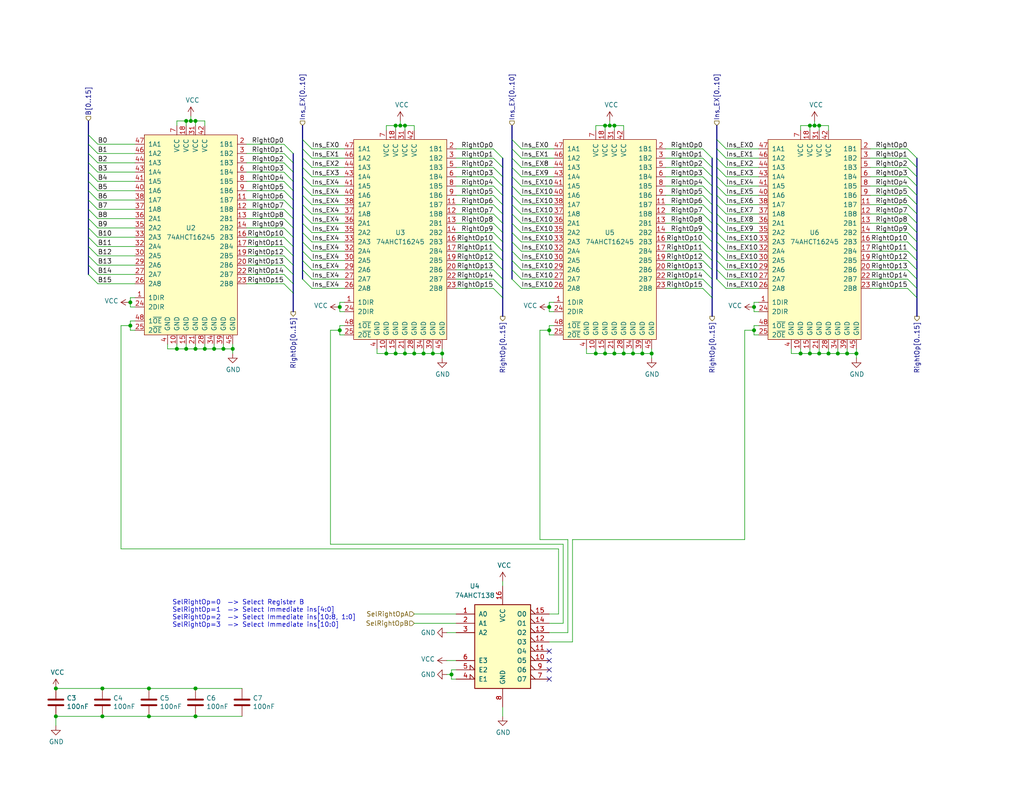
<source format=kicad_sch>
(kicad_sch (version 20211123) (generator eeschema)
  (paper "USLetter")
  (title_block (title "Select Right Operand") (date "2022-04-12") (rev "A (7b9791c7)") (comment 2 "from an immediate value contained in the instruction word.") (comment 3 "The right operand can either take the value from the B port of the register file, or") (comment 4 "Select the right operand to the ALU"))
  (lib_symbols
    (symbol "74xx (kicad5):74AHCT16245_ab" (pin_names (offset 1.016))
      (property "Reference" "U" (at 0 1.27 0))
      (property "Value" "74AHCT16245_ab" (at 0 -1.27 0))
      (symbol "74AHCT16245_ab_0_1"
        (rectangle (start -12.7 26.67) (end 12.7 -27.94) (fill (type background)))
      )
      (symbol "74AHCT16245_ab_1_1"
        (pin input line (at -15.24 -17.78 0) (length 2.54) (name "1DIR") (number "1"))
        (pin power_in line (at -3.81 -30.48 90) (length 2.54) (name "GND") (number "10"))
        (pin tri_state line (at 15.24 8.89 180) (length 2.54) (name "1B7") (number "11"))
        (pin tri_state line (at 15.24 6.35 180) (length 2.54) (name "1B8") (number "12"))
        (pin tri_state line (at 15.24 3.81 180) (length 2.54) (name "2B1") (number "13"))
        (pin tri_state line (at 15.24 1.27 180) (length 2.54) (name "2B2") (number "14"))
        (pin power_in line (at -1.27 -30.48 90) (length 2.54) (name "GND") (number "15"))
        (pin tri_state line (at 15.24 -1.27 180) (length 2.54) (name "2B3") (number "16"))
        (pin tri_state line (at 15.24 -3.81 180) (length 2.54) (name "2B4") (number "17"))
        (pin power_in line (at -1.27 29.21 270) (length 2.54) (name "VCC") (number "18"))
        (pin tri_state line (at 15.24 -6.35 180) (length 2.54) (name "2B5") (number "19"))
        (pin tri_state line (at 15.24 24.13 180) (length 2.54) (name "1B1") (number "2"))
        (pin tri_state line (at 15.24 -8.89 180) (length 2.54) (name "2B6") (number "20"))
        (pin power_in line (at 1.27 -30.48 90) (length 2.54) (name "GND") (number "21"))
        (pin tri_state line (at 15.24 -11.43 180) (length 2.54) (name "2B7") (number "22"))
        (pin tri_state line (at 15.24 -13.97 180) (length 2.54) (name "2B8") (number "23"))
        (pin input line (at -15.24 -20.32 0) (length 2.54) (name "2DIR") (number "24"))
        (pin input line (at -15.24 -26.67 0) (length 2.54) (name "2~{OE}") (number "25"))
        (pin input line (at -15.24 -13.97 0) (length 2.54) (name "2A8") (number "26"))
        (pin input line (at -15.24 -11.43 0) (length 2.54) (name "2A7") (number "27"))
        (pin power_in line (at 3.81 -30.48 90) (length 2.54) (name "GND") (number "28"))
        (pin input line (at -15.24 -8.89 0) (length 2.54) (name "2A6") (number "29"))
        (pin tri_state line (at 15.24 21.59 180) (length 2.54) (name "1B2") (number "3"))
        (pin input line (at -15.24 -6.35 0) (length 2.54) (name "2A5") (number "30"))
        (pin power_in line (at 1.27 29.21 270) (length 2.54) (name "VCC") (number "31"))
        (pin input line (at -15.24 -3.81 0) (length 2.54) (name "2A4") (number "32"))
        (pin input line (at -15.24 -1.27 0) (length 2.54) (name "2A3") (number "33"))
        (pin power_in line (at 6.35 -30.48 90) (length 2.54) (name "GND") (number "34"))
        (pin input line (at -15.24 1.27 0) (length 2.54) (name "2A2") (number "35"))
        (pin input line (at -15.24 3.81 0) (length 2.54) (name "2A1") (number "36"))
        (pin input line (at -15.24 6.35 0) (length 2.54) (name "1A8") (number "37"))
        (pin input line (at -15.24 8.89 0) (length 2.54) (name "1A7") (number "38"))
        (pin power_in line (at 8.89 -30.48 90) (length 2.54) (name "GND") (number "39"))
        (pin power_in line (at -6.35 -30.48 90) (length 2.54) (name "GND") (number "4"))
        (pin input line (at -15.24 11.43 0) (length 2.54) (name "1A6") (number "40"))
        (pin input line (at -15.24 13.97 0) (length 2.54) (name "1A5") (number "41"))
        (pin power_in line (at 3.81 29.21 270) (length 2.54) (name "VCC") (number "42"))
        (pin input line (at -15.24 16.51 0) (length 2.54) (name "1A4") (number "43"))
        (pin input line (at -15.24 19.05 0) (length 2.54) (name "1A3") (number "44"))
        (pin power_in line (at 11.43 -30.48 90) (length 2.54) (name "GND") (number "45"))
        (pin input line (at -15.24 21.59 0) (length 2.54) (name "1A2") (number "46"))
        (pin input line (at -15.24 24.13 0) (length 2.54) (name "1A1") (number "47"))
        (pin input line (at -15.24 -24.13 0) (length 2.54) (name "1~{OE}") (number "48"))
        (pin tri_state line (at 15.24 19.05 180) (length 2.54) (name "1B3") (number "5"))
        (pin tri_state line (at 15.24 16.51 180) (length 2.54) (name "1B4") (number "6"))
        (pin power_in line (at -3.81 29.21 270) (length 2.54) (name "VCC") (number "7"))
        (pin tri_state line (at 15.24 13.97 180) (length 2.54) (name "1B5") (number "8"))
        (pin tri_state line (at 15.24 11.43 180) (length 2.54) (name "1B6") (number "9"))
      )
    )
    (symbol "74xx:74LS138" (pin_names (offset 1.016))
      (property "Reference" "U" (at -7.62 11.43 0))
      (property "Value" "74LS138" (at -7.62 -13.97 0))
      (symbol "74LS138_1_0"
        (pin input line (at -12.7 7.62 0) (length 5.08) (name "A0") (number "1"))
        (pin output output_low (at 12.7 -5.08 180) (length 5.08) (name "O5") (number "10"))
        (pin output output_low (at 12.7 -2.54 180) (length 5.08) (name "O4") (number "11"))
        (pin output output_low (at 12.7 0 180) (length 5.08) (name "O3") (number "12"))
        (pin output output_low (at 12.7 2.54 180) (length 5.08) (name "O2") (number "13"))
        (pin output output_low (at 12.7 5.08 180) (length 5.08) (name "O1") (number "14"))
        (pin output output_low (at 12.7 7.62 180) (length 5.08) (name "O0") (number "15"))
        (pin power_in line (at 0 15.24 270) (length 5.08) (name "VCC") (number "16"))
        (pin input line (at -12.7 5.08 0) (length 5.08) (name "A1") (number "2"))
        (pin input line (at -12.7 2.54 0) (length 5.08) (name "A2") (number "3"))
        (pin input input_low (at -12.7 -10.16 0) (length 5.08) (name "E1") (number "4"))
        (pin input input_low (at -12.7 -7.62 0) (length 5.08) (name "E2") (number "5"))
        (pin input line (at -12.7 -5.08 0) (length 5.08) (name "E3") (number "6"))
        (pin output output_low (at 12.7 -10.16 180) (length 5.08) (name "O7") (number "7"))
        (pin power_in line (at 0 -17.78 90) (length 5.08) (name "GND") (number "8"))
        (pin output output_low (at 12.7 -7.62 180) (length 5.08) (name "O6") (number "9"))
      )
      (symbol "74LS138_1_1"
        (rectangle (start -7.62 10.16) (end 7.62 -12.7) (stroke (width 0.254)) (fill (type background)))
      )
    )
    (symbol "Device:C" (pin_numbers hide) (pin_names (offset 0.254))
      (property "Reference" "C" (at 0.635 2.54 0))
      (property "Value" "C" (at 0.635 -2.54 0))
      (symbol "C_0_1"
        (polyline (pts (xy -2.032 -0.762) (xy 2.032 -0.762)) (stroke (width 0.508)))
        (polyline (pts (xy -2.032 0.762) (xy 2.032 0.762)) (stroke (width 0.508)))
      )
      (symbol "C_1_1"
        (pin passive line (at 0 3.81 270) (length 2.794) (name "~") (number "1"))
        (pin passive line (at 0 -3.81 90) (length 2.794) (name "~") (number "2"))
      )
    )
    (symbol "power:GND" (power) (pin_names (offset 0))
      (property "Value" "GND" (at 0 -3.81 0))
      (symbol "GND_0_1"
        (polyline (pts (xy 0 0) (xy 0 -1.27) (xy 1.27 -1.27) (xy 0 -2.54) (xy -1.27 -1.27) (xy 0 -1.27)))
      )
      (symbol "GND_1_1"
        (pin power_in line (at 0 0 270) (length 0) hide (name "GND") (number "1"))
      )
    )
    (symbol "power:VCC" (power) (pin_names (offset 0))
      (property "Value" "VCC" (at 0 3.81 0))
      (symbol "VCC_0_1"
        (polyline (pts (xy -0.762 1.27) (xy 0 2.54)))
        (polyline (pts (xy 0 0) (xy 0 2.54)))
        (polyline (pts (xy 0 2.54) (xy 0.762 1.27)))
      )
      (symbol "VCC_1_1"
        (pin power_in line (at 0 0 90) (length 0) hide (name "VCC") (number "1"))
      )
    )
  )
  (junction (at 231.14 96.52))
  (junction (at 222.25 34.29))
  (junction (at 218.44 96.52))
  (junction (at 109.22 34.29))
  (junction (at 53.34 187.96))
  (junction (at 113.03 96.52))
  (junction (at 58.42 95.25))
  (junction (at 15.24 187.96))
  (junction (at 166.37 34.29))
  (junction (at 226.06 96.52))
  (junction (at 177.8 96.52))
  (junction (at 35.56 82.55))
  (junction (at 15.24 195.58))
  (junction (at 110.49 34.29))
  (junction (at 115.57 96.52))
  (junction (at 220.98 34.29))
  (junction (at 123.19 184.15))
  (junction (at 40.64 187.96))
  (junction (at 60.96 95.25))
  (junction (at 172.72 96.52))
  (junction (at 165.1 34.29))
  (junction (at 53.34 33.02))
  (junction (at 110.49 96.52))
  (junction (at 50.8 33.02))
  (junction (at 120.65 96.52))
  (junction (at 27.94 195.58))
  (junction (at 205.74 83.82))
  (junction (at 27.94 187.96))
  (junction (at 228.6 96.52))
  (junction (at 149.86 90.17))
  (junction (at 167.64 96.52))
  (junction (at 167.64 34.29))
  (junction (at 53.34 195.58))
  (junction (at 162.56 96.52))
  (junction (at 118.11 96.52))
  (junction (at 35.56 88.9))
  (junction (at 63.5 95.25))
  (junction (at 40.64 195.58))
  (junction (at 205.74 90.17))
  (junction (at 165.1 96.52))
  (junction (at 105.41 96.52))
  (junction (at 92.71 83.82))
  (junction (at 48.26 95.25))
  (junction (at 170.18 96.52))
  (junction (at 175.26 96.52))
  (junction (at 52.07 33.02))
  (junction (at 92.71 90.17))
  (junction (at 53.34 95.25))
  (junction (at 107.95 34.29))
  (junction (at 149.86 83.82))
  (junction (at 223.52 96.52))
  (junction (at 233.68 96.52))
  (junction (at 55.88 95.25))
  (junction (at 223.52 34.29))
  (junction (at 220.98 96.52))
  (junction (at 107.95 96.52))
  (junction (at 50.8 95.25))
  (no_connect (at 149.86 177.8))
  (no_connect (at 149.86 185.42))
  (no_connect (at 149.86 180.34))
  (no_connect (at 149.86 182.88))
  (bus_entry (at 24.13 46.99) (size 2.54 2.54))
  (bus_entry (at 198.12 40.64) (size -2.54 -2.54))
  (bus_entry (at 134.62 68.58) (size 2.54 2.54))
  (bus_entry (at 77.47 69.85) (size 2.54 2.54))
  (bus_entry (at 24.13 64.77) (size 2.54 2.54))
  (bus_entry (at 198.12 50.8) (size -2.54 -2.54))
  (bus_entry (at 142.24 76.2) (size -2.54 -2.54))
  (bus_entry (at 24.13 67.31) (size 2.54 2.54))
  (bus_entry (at 85.09 76.2) (size -2.54 -2.54))
  (bus_entry (at 77.47 46.99) (size 2.54 2.54))
  (bus_entry (at 77.47 49.53) (size 2.54 2.54))
  (bus_entry (at 191.77 76.2) (size 2.54 2.54))
  (bus_entry (at 77.47 67.31) (size 2.54 2.54))
  (bus_entry (at 134.62 40.64) (size 2.54 2.54))
  (bus_entry (at 85.09 43.18) (size -2.54 -2.54))
  (bus_entry (at 247.65 43.18) (size 2.54 2.54))
  (bus_entry (at 85.09 63.5) (size -2.54 -2.54))
  (bus_entry (at 85.09 53.34) (size -2.54 -2.54))
  (bus_entry (at 198.12 48.26) (size -2.54 -2.54))
  (bus_entry (at 142.24 55.88) (size -2.54 -2.54))
  (bus_entry (at 198.12 45.72) (size -2.54 -2.54))
  (bus_entry (at 247.65 50.8) (size 2.54 2.54))
  (bus_entry (at 85.09 45.72) (size -2.54 -2.54))
  (bus_entry (at 24.13 52.07) (size 2.54 2.54))
  (bus_entry (at 191.77 73.66) (size 2.54 2.54))
  (bus_entry (at 191.77 63.5) (size 2.54 2.54))
  (bus_entry (at 77.47 41.91) (size 2.54 2.54))
  (bus_entry (at 142.24 68.58) (size -2.54 -2.54))
  (bus_entry (at 247.65 71.12) (size 2.54 2.54))
  (bus_entry (at 191.77 78.74) (size 2.54 2.54))
  (bus_entry (at 85.09 68.58) (size -2.54 -2.54))
  (bus_entry (at 198.12 66.04) (size -2.54 -2.54))
  (bus_entry (at 247.65 48.26) (size 2.54 2.54))
  (bus_entry (at 85.09 78.74) (size -2.54 -2.54))
  (bus_entry (at 191.77 45.72) (size 2.54 2.54))
  (bus_entry (at 24.13 62.23) (size 2.54 2.54))
  (bus_entry (at 142.24 50.8) (size -2.54 -2.54))
  (bus_entry (at 247.65 68.58) (size 2.54 2.54))
  (bus_entry (at 77.47 62.23) (size 2.54 2.54))
  (bus_entry (at 198.12 43.18) (size -2.54 -2.54))
  (bus_entry (at 191.77 48.26) (size 2.54 2.54))
  (bus_entry (at 247.65 58.42) (size 2.54 2.54))
  (bus_entry (at 77.47 64.77) (size 2.54 2.54))
  (bus_entry (at 142.24 78.74) (size -2.54 -2.54))
  (bus_entry (at 191.77 50.8) (size 2.54 2.54))
  (bus_entry (at 191.77 68.58) (size 2.54 2.54))
  (bus_entry (at 77.47 59.69) (size 2.54 2.54))
  (bus_entry (at 247.65 55.88) (size 2.54 2.54))
  (bus_entry (at 247.65 40.64) (size 2.54 2.54))
  (bus_entry (at 134.62 66.04) (size 2.54 2.54))
  (bus_entry (at 191.77 55.88) (size 2.54 2.54))
  (bus_entry (at 24.13 49.53) (size 2.54 2.54))
  (bus_entry (at 191.77 53.34) (size 2.54 2.54))
  (bus_entry (at 134.62 76.2) (size 2.54 2.54))
  (bus_entry (at 77.47 57.15) (size 2.54 2.54))
  (bus_entry (at 198.12 78.74) (size -2.54 -2.54))
  (bus_entry (at 24.13 36.83) (size 2.54 2.54))
  (bus_entry (at 24.13 39.37) (size 2.54 2.54))
  (bus_entry (at 142.24 40.64) (size -2.54 -2.54))
  (bus_entry (at 85.09 71.12) (size -2.54 -2.54))
  (bus_entry (at 134.62 58.42) (size 2.54 2.54))
  (bus_entry (at 134.62 63.5) (size 2.54 2.54))
  (bus_entry (at 134.62 78.74) (size 2.54 2.54))
  (bus_entry (at 198.12 53.34) (size -2.54 -2.54))
  (bus_entry (at 77.47 39.37) (size 2.54 2.54))
  (bus_entry (at 134.62 55.88) (size 2.54 2.54))
  (bus_entry (at 134.62 73.66) (size 2.54 2.54))
  (bus_entry (at 134.62 60.96) (size 2.54 2.54))
  (bus_entry (at 24.13 69.85) (size 2.54 2.54))
  (bus_entry (at 142.24 63.5) (size -2.54 -2.54))
  (bus_entry (at 198.12 55.88) (size -2.54 -2.54))
  (bus_entry (at 142.24 71.12) (size -2.54 -2.54))
  (bus_entry (at 191.77 60.96) (size 2.54 2.54))
  (bus_entry (at 77.47 74.93) (size 2.54 2.54))
  (bus_entry (at 85.09 55.88) (size -2.54 -2.54))
  (bus_entry (at 134.62 50.8) (size 2.54 2.54))
  (bus_entry (at 134.62 45.72) (size 2.54 2.54))
  (bus_entry (at 85.09 73.66) (size -2.54 -2.54))
  (bus_entry (at 134.62 53.34) (size 2.54 2.54))
  (bus_entry (at 198.12 58.42) (size -2.54 -2.54))
  (bus_entry (at 85.09 66.04) (size -2.54 -2.54))
  (bus_entry (at 198.12 63.5) (size -2.54 -2.54))
  (bus_entry (at 24.13 41.91) (size 2.54 2.54))
  (bus_entry (at 247.65 66.04) (size 2.54 2.54))
  (bus_entry (at 85.09 50.8) (size -2.54 -2.54))
  (bus_entry (at 198.12 60.96) (size -2.54 -2.54))
  (bus_entry (at 142.24 60.96) (size -2.54 -2.54))
  (bus_entry (at 198.12 71.12) (size -2.54 -2.54))
  (bus_entry (at 142.24 45.72) (size -2.54 -2.54))
  (bus_entry (at 85.09 48.26) (size -2.54 -2.54))
  (bus_entry (at 142.24 53.34) (size -2.54 -2.54))
  (bus_entry (at 247.65 60.96) (size 2.54 2.54))
  (bus_entry (at 191.77 58.42) (size 2.54 2.54))
  (bus_entry (at 85.09 58.42) (size -2.54 -2.54))
  (bus_entry (at 191.77 71.12) (size 2.54 2.54))
  (bus_entry (at 85.09 40.64) (size -2.54 -2.54))
  (bus_entry (at 198.12 68.58) (size -2.54 -2.54))
  (bus_entry (at 24.13 72.39) (size 2.54 2.54))
  (bus_entry (at 77.47 52.07) (size 2.54 2.54))
  (bus_entry (at 142.24 48.26) (size -2.54 -2.54))
  (bus_entry (at 191.77 43.18) (size 2.54 2.54))
  (bus_entry (at 77.47 44.45) (size 2.54 2.54))
  (bus_entry (at 24.13 44.45) (size 2.54 2.54))
  (bus_entry (at 191.77 40.64) (size 2.54 2.54))
  (bus_entry (at 85.09 60.96) (size -2.54 -2.54))
  (bus_entry (at 142.24 43.18) (size -2.54 -2.54))
  (bus_entry (at 134.62 71.12) (size 2.54 2.54))
  (bus_entry (at 247.65 63.5) (size 2.54 2.54))
  (bus_entry (at 134.62 43.18) (size 2.54 2.54))
  (bus_entry (at 77.47 54.61) (size 2.54 2.54))
  (bus_entry (at 247.65 73.66) (size 2.54 2.54))
  (bus_entry (at 77.47 77.47) (size 2.54 2.54))
  (bus_entry (at 198.12 73.66) (size -2.54 -2.54))
  (bus_entry (at 247.65 78.74) (size 2.54 2.54))
  (bus_entry (at 142.24 58.42) (size -2.54 -2.54))
  (bus_entry (at 142.24 66.04) (size -2.54 -2.54))
  (bus_entry (at 198.12 76.2) (size -2.54 -2.54))
  (bus_entry (at 142.24 73.66) (size -2.54 -2.54))
  (bus_entry (at 24.13 59.69) (size 2.54 2.54))
  (bus_entry (at 77.47 72.39) (size 2.54 2.54))
  (bus_entry (at 247.65 76.2) (size 2.54 2.54))
  (bus_entry (at 191.77 66.04) (size 2.54 2.54))
  (bus_entry (at 24.13 57.15) (size 2.54 2.54))
  (bus_entry (at 247.65 53.34) (size 2.54 2.54))
  (bus_entry (at 24.13 74.93) (size 2.54 2.54))
  (bus_entry (at 24.13 54.61) (size 2.54 2.54))
  (bus_entry (at 134.62 48.26) (size 2.54 2.54))
  (bus_entry (at 247.65 45.72) (size 2.54 2.54))
  (wire (pts (xy 40.64 195.58) (xy 27.94 195.58)))
  (bus (pts (xy 194.31 76.2) (xy 194.31 78.74)))
  (wire (pts (xy 85.09 68.58) (xy 93.98 68.58)))
  (wire (pts (xy 115.57 96.52) (xy 115.57 95.25)))
  (wire (pts (xy 35.56 81.28) (xy 35.56 82.55)))
  (bus (pts (xy 139.7 53.34) (xy 139.7 55.88)))
  (bus (pts (xy 139.7 63.5) (xy 139.7 66.04)))
  (wire (pts (xy 203.2 90.17) (xy 203.2 147.32)))
  (wire (pts (xy 162.56 96.52) (xy 165.1 96.52)))
  (bus (pts (xy 24.13 64.77) (xy 24.13 67.31)))
  (wire (pts (xy 142.24 73.66) (xy 151.13 73.66)))
  (wire (pts (xy 121.92 172.72) (xy 124.46 172.72)))
  (bus (pts (xy 139.7 34.29) (xy 139.7 38.1)))
  (bus (pts (xy 195.58 40.64) (xy 195.58 43.18)))
  (wire (pts (xy 142.24 50.8) (xy 151.13 50.8)))
  (wire (pts (xy 218.44 96.52) (xy 220.98 96.52)))
  (wire (pts (xy 77.47 62.23) (xy 67.31 62.23)))
  (wire (pts (xy 118.11 96.52) (xy 120.65 96.52)))
  (wire (pts (xy 215.9 95.25) (xy 215.9 96.52)))
  (wire (pts (xy 26.67 41.91) (xy 36.83 41.91)))
  (bus (pts (xy 250.19 78.74) (xy 250.19 81.28)))
  (wire (pts (xy 105.41 34.29) (xy 107.95 34.29)))
  (bus (pts (xy 80.01 52.07) (xy 80.01 54.61)))
  (wire (pts (xy 166.37 33.02) (xy 166.37 34.29)))
  (wire (pts (xy 110.49 34.29) (xy 113.03 34.29)))
  (wire (pts (xy 77.47 44.45) (xy 67.31 44.45)))
  (wire (pts (xy 191.77 71.12) (xy 181.61 71.12)))
  (bus (pts (xy 195.58 73.66) (xy 195.58 76.2)))
  (wire (pts (xy 60.96 95.25) (xy 63.5 95.25)))
  (bus (pts (xy 24.13 69.85) (xy 24.13 72.39)))
  (bus (pts (xy 82.55 55.88) (xy 82.55 58.42)))
  (wire (pts (xy 137.16 158.75) (xy 137.16 160.02)))
  (wire (pts (xy 191.77 58.42) (xy 181.61 58.42)))
  (wire (pts (xy 26.67 54.61) (xy 36.83 54.61)))
  (wire (pts (xy 55.88 95.25) (xy 53.34 95.25)))
  (wire (pts (xy 26.67 49.53) (xy 36.83 49.53)))
  (wire (pts (xy 207.01 82.55) (xy 205.74 82.55)))
  (wire (pts (xy 149.86 85.09) (xy 151.13 85.09)))
  (wire (pts (xy 170.18 96.52) (xy 170.18 95.25)))
  (bus (pts (xy 139.7 40.64) (xy 139.7 43.18)))
  (wire (pts (xy 156.21 147.32) (xy 203.2 147.32)))
  (wire (pts (xy 191.77 66.04) (xy 181.61 66.04)))
  (wire (pts (xy 26.67 39.37) (xy 36.83 39.37)))
  (bus (pts (xy 24.13 57.15) (xy 24.13 59.69)))
  (wire (pts (xy 121.92 184.15) (xy 123.19 184.15)))
  (wire (pts (xy 109.22 33.02) (xy 109.22 34.29)))
  (wire (pts (xy 105.41 35.56) (xy 105.41 34.29)))
  (bus (pts (xy 194.31 48.26) (xy 194.31 50.8)))
  (wire (pts (xy 134.62 71.12) (xy 124.46 71.12)))
  (wire (pts (xy 167.64 96.52) (xy 167.64 95.25)))
  (bus (pts (xy 82.55 53.34) (xy 82.55 55.88)))
  (wire (pts (xy 123.19 184.15) (xy 123.19 185.42)))
  (wire (pts (xy 247.65 76.2) (xy 237.49 76.2)))
  (bus (pts (xy 137.16 68.58) (xy 137.16 71.12)))
  (wire (pts (xy 35.56 83.82) (xy 36.83 83.82)))
  (bus (pts (xy 24.13 52.07) (xy 24.13 54.61)))
  (wire (pts (xy 153.67 148.59) (xy 153.67 170.18)))
  (wire (pts (xy 27.94 195.58) (xy 15.24 195.58)))
  (wire (pts (xy 191.77 60.96) (xy 181.61 60.96)))
  (wire (pts (xy 33.02 149.86) (xy 152.4 149.86)))
  (wire (pts (xy 66.04 195.58) (xy 53.34 195.58)))
  (bus (pts (xy 82.55 66.04) (xy 82.55 68.58)))
  (wire (pts (xy 191.77 53.34) (xy 181.61 53.34)))
  (wire (pts (xy 26.67 69.85) (xy 36.83 69.85)))
  (wire (pts (xy 191.77 76.2) (xy 181.61 76.2)))
  (wire (pts (xy 134.62 60.96) (xy 124.46 60.96)))
  (bus (pts (xy 137.16 48.26) (xy 137.16 50.8)))
  (wire (pts (xy 198.12 73.66) (xy 207.01 73.66)))
  (wire (pts (xy 198.12 63.5) (xy 207.01 63.5)))
  (wire (pts (xy 53.34 95.25) (xy 53.34 93.98)))
  (wire (pts (xy 226.06 96.52) (xy 226.06 95.25)))
  (wire (pts (xy 134.62 40.64) (xy 124.46 40.64)))
  (wire (pts (xy 175.26 96.52) (xy 175.26 95.25)))
  (bus (pts (xy 195.58 66.04) (xy 195.58 68.58)))
  (wire (pts (xy 198.12 50.8) (xy 207.01 50.8)))
  (wire (pts (xy 191.77 63.5) (xy 181.61 63.5)))
  (bus (pts (xy 195.58 53.34) (xy 195.58 55.88)))
  (wire (pts (xy 36.83 87.63) (xy 35.56 87.63)))
  (bus (pts (xy 137.16 76.2) (xy 137.16 78.74)))
  (wire (pts (xy 77.47 49.53) (xy 67.31 49.53)))
  (bus (pts (xy 195.58 71.12) (xy 195.58 73.66)))
  (wire (pts (xy 63.5 95.25) (xy 63.5 93.98)))
  (bus (pts (xy 80.01 54.61) (xy 80.01 57.15)))
  (bus (pts (xy 24.13 49.53) (xy 24.13 52.07)))
  (wire (pts (xy 162.56 95.25) (xy 162.56 96.52)))
  (wire (pts (xy 165.1 95.25) (xy 165.1 96.52)))
  (wire (pts (xy 134.62 43.18) (xy 124.46 43.18)))
  (wire (pts (xy 53.34 187.96) (xy 66.04 187.96)))
  (wire (pts (xy 247.65 45.72) (xy 237.49 45.72)))
  (wire (pts (xy 142.24 43.18) (xy 151.13 43.18)))
  (wire (pts (xy 85.09 71.12) (xy 93.98 71.12)))
  (bus (pts (xy 24.13 54.61) (xy 24.13 57.15)))
  (wire (pts (xy 107.95 95.25) (xy 107.95 96.52)))
  (bus (pts (xy 137.16 53.34) (xy 137.16 55.88)))
  (bus (pts (xy 195.58 68.58) (xy 195.58 71.12)))
  (wire (pts (xy 15.24 198.12) (xy 15.24 195.58)))
  (wire (pts (xy 53.34 195.58) (xy 40.64 195.58)))
  (wire (pts (xy 134.62 76.2) (xy 124.46 76.2)))
  (wire (pts (xy 220.98 34.29) (xy 222.25 34.29)))
  (wire (pts (xy 50.8 93.98) (xy 50.8 95.25)))
  (wire (pts (xy 198.12 76.2) (xy 207.01 76.2)))
  (wire (pts (xy 113.03 167.64) (xy 124.46 167.64)))
  (bus (pts (xy 250.19 50.8) (xy 250.19 53.34)))
  (bus (pts (xy 82.55 38.1) (xy 82.55 40.64)))
  (bus (pts (xy 80.01 74.93) (xy 80.01 77.47)))
  (wire (pts (xy 247.65 60.96) (xy 237.49 60.96)))
  (wire (pts (xy 77.47 67.31) (xy 67.31 67.31)))
  (bus (pts (xy 194.31 63.5) (xy 194.31 66.04)))
  (bus (pts (xy 82.55 40.64) (xy 82.55 43.18)))
  (wire (pts (xy 177.8 97.79) (xy 177.8 96.52)))
  (wire (pts (xy 107.95 35.56) (xy 107.95 34.29)))
  (wire (pts (xy 198.12 55.88) (xy 207.01 55.88)))
  (wire (pts (xy 90.17 148.59) (xy 153.67 148.59)))
  (wire (pts (xy 26.67 59.69) (xy 36.83 59.69)))
  (wire (pts (xy 149.86 88.9) (xy 149.86 90.17)))
  (wire (pts (xy 191.77 55.88) (xy 181.61 55.88)))
  (wire (pts (xy 77.47 77.47) (xy 67.31 77.47)))
  (wire (pts (xy 90.17 90.17) (xy 90.17 148.59)))
  (wire (pts (xy 142.24 60.96) (xy 151.13 60.96)))
  (bus (pts (xy 82.55 73.66) (xy 82.55 76.2)))
  (wire (pts (xy 198.12 40.64) (xy 207.01 40.64)))
  (bus (pts (xy 82.55 45.72) (xy 82.55 48.26)))
  (wire (pts (xy 110.49 35.56) (xy 110.49 34.29)))
  (bus (pts (xy 80.01 62.23) (xy 80.01 64.77)))
  (wire (pts (xy 218.44 34.29) (xy 220.98 34.29)))
  (wire (pts (xy 165.1 35.56) (xy 165.1 34.29)))
  (wire (pts (xy 198.12 53.34) (xy 207.01 53.34)))
  (wire (pts (xy 121.92 180.34) (xy 124.46 180.34)))
  (wire (pts (xy 142.24 40.64) (xy 151.13 40.64)))
  (wire (pts (xy 247.65 55.88) (xy 237.49 55.88)))
  (bus (pts (xy 195.58 63.5) (xy 195.58 66.04)))
  (wire (pts (xy 134.62 73.66) (xy 124.46 73.66)))
  (wire (pts (xy 92.71 83.82) (xy 92.71 85.09)))
  (bus (pts (xy 139.7 45.72) (xy 139.7 48.26)))
  (bus (pts (xy 24.13 36.83) (xy 24.13 39.37)))
  (bus (pts (xy 137.16 78.74) (xy 137.16 81.28)))
  (wire (pts (xy 77.47 41.91) (xy 67.31 41.91)))
  (wire (pts (xy 191.77 50.8) (xy 181.61 50.8)))
  (wire (pts (xy 226.06 96.52) (xy 223.52 96.52)))
  (wire (pts (xy 85.09 58.42) (xy 93.98 58.42)))
  (bus (pts (xy 195.58 50.8) (xy 195.58 53.34)))
  (wire (pts (xy 92.71 88.9) (xy 92.71 90.17)))
  (bus (pts (xy 139.7 71.12) (xy 139.7 73.66)))
  (bus (pts (xy 194.31 43.18) (xy 194.31 45.72)))
  (wire (pts (xy 77.47 59.69) (xy 67.31 59.69)))
  (wire (pts (xy 149.86 172.72) (xy 154.94 172.72)))
  (bus (pts (xy 82.55 71.12) (xy 82.55 73.66)))
  (wire (pts (xy 198.12 68.58) (xy 207.01 68.58)))
  (wire (pts (xy 113.03 34.29) (xy 113.03 35.56)))
  (wire (pts (xy 15.24 187.96) (xy 27.94 187.96)))
  (wire (pts (xy 105.41 95.25) (xy 105.41 96.52)))
  (wire (pts (xy 154.94 147.32) (xy 154.94 172.72)))
  (wire (pts (xy 247.65 66.04) (xy 237.49 66.04)))
  (wire (pts (xy 134.62 78.74) (xy 124.46 78.74)))
  (wire (pts (xy 220.98 35.56) (xy 220.98 34.29)))
  (wire (pts (xy 110.49 96.52) (xy 110.49 95.25)))
  (wire (pts (xy 149.86 91.44) (xy 151.13 91.44)))
  (wire (pts (xy 137.16 193.04) (xy 137.16 195.58)))
  (wire (pts (xy 92.71 82.55) (xy 92.71 83.82)))
  (wire (pts (xy 107.95 34.29) (xy 109.22 34.29)))
  (bus (pts (xy 137.16 43.18) (xy 137.16 45.72)))
  (wire (pts (xy 198.12 43.18) (xy 207.01 43.18)))
  (wire (pts (xy 113.03 96.52) (xy 113.03 95.25)))
  (wire (pts (xy 26.67 57.15) (xy 36.83 57.15)))
  (bus (pts (xy 194.31 58.42) (xy 194.31 60.96)))
  (wire (pts (xy 113.03 96.52) (xy 110.49 96.52)))
  (wire (pts (xy 207.01 88.9) (xy 205.74 88.9)))
  (wire (pts (xy 123.19 185.42) (xy 124.46 185.42)))
  (wire (pts (xy 26.67 46.99) (xy 36.83 46.99)))
  (wire (pts (xy 134.62 48.26) (xy 124.46 48.26)))
  (bus (pts (xy 139.7 73.66) (xy 139.7 76.2)))
  (bus (pts (xy 250.19 48.26) (xy 250.19 50.8)))
  (wire (pts (xy 85.09 43.18) (xy 93.98 43.18)))
  (wire (pts (xy 118.11 96.52) (xy 118.11 95.25)))
  (wire (pts (xy 55.88 95.25) (xy 55.88 93.98)))
  (wire (pts (xy 26.67 77.47) (xy 36.83 77.47)))
  (wire (pts (xy 50.8 95.25) (xy 53.34 95.25)))
  (bus (pts (xy 194.31 66.04) (xy 194.31 68.58)))
  (wire (pts (xy 63.5 96.52) (xy 63.5 95.25)))
  (wire (pts (xy 85.09 76.2) (xy 93.98 76.2)))
  (bus (pts (xy 194.31 55.88) (xy 194.31 58.42)))
  (wire (pts (xy 52.07 31.75) (xy 52.07 33.02)))
  (wire (pts (xy 77.47 54.61) (xy 67.31 54.61)))
  (wire (pts (xy 233.68 97.79) (xy 233.68 96.52)))
  (wire (pts (xy 26.67 72.39) (xy 36.83 72.39)))
  (wire (pts (xy 165.1 34.29) (xy 166.37 34.29)))
  (bus (pts (xy 194.31 50.8) (xy 194.31 53.34)))
  (wire (pts (xy 247.65 40.64) (xy 237.49 40.64)))
  (wire (pts (xy 115.57 96.52) (xy 113.03 96.52)))
  (wire (pts (xy 222.25 33.02) (xy 222.25 34.29)))
  (wire (pts (xy 48.26 34.29) (xy 48.26 33.02)))
  (wire (pts (xy 35.56 90.17) (xy 36.83 90.17)))
  (wire (pts (xy 142.24 53.34) (xy 151.13 53.34)))
  (bus (pts (xy 24.13 39.37) (xy 24.13 41.91)))
  (bus (pts (xy 195.58 43.18) (xy 195.58 45.72)))
  (wire (pts (xy 102.87 95.25) (xy 102.87 96.52)))
  (wire (pts (xy 247.65 43.18) (xy 237.49 43.18)))
  (wire (pts (xy 26.67 64.77) (xy 36.83 64.77)))
  (wire (pts (xy 26.67 52.07) (xy 36.83 52.07)))
  (wire (pts (xy 160.02 95.25) (xy 160.02 96.52)))
  (wire (pts (xy 228.6 96.52) (xy 231.14 96.52)))
  (bus (pts (xy 82.55 48.26) (xy 82.55 50.8)))
  (wire (pts (xy 172.72 96.52) (xy 175.26 96.52)))
  (wire (pts (xy 149.86 83.82) (xy 149.86 85.09)))
  (wire (pts (xy 223.52 35.56) (xy 223.52 34.29)))
  (wire (pts (xy 198.12 66.04) (xy 207.01 66.04)))
  (wire (pts (xy 134.62 68.58) (xy 124.46 68.58)))
  (wire (pts (xy 149.86 175.26) (xy 156.21 175.26)))
  (wire (pts (xy 162.56 35.56) (xy 162.56 34.29)))
  (wire (pts (xy 26.67 67.31) (xy 36.83 67.31)))
  (wire (pts (xy 50.8 34.29) (xy 50.8 33.02)))
  (wire (pts (xy 247.65 68.58) (xy 237.49 68.58)))
  (bus (pts (xy 80.01 49.53) (xy 80.01 52.07)))
  (wire (pts (xy 35.56 88.9) (xy 35.56 90.17)))
  (wire (pts (xy 149.86 82.55) (xy 149.86 83.82)))
  (wire (pts (xy 247.65 53.34) (xy 237.49 53.34)))
  (bus (pts (xy 80.01 72.39) (xy 80.01 74.93)))
  (bus (pts (xy 139.7 58.42) (xy 139.7 60.96)))
  (wire (pts (xy 215.9 96.52) (xy 218.44 96.52)))
  (bus (pts (xy 24.13 59.69) (xy 24.13 62.23)))
  (bus (pts (xy 137.16 63.5) (xy 137.16 66.04)))
  (wire (pts (xy 205.74 90.17) (xy 203.2 90.17)))
  (bus (pts (xy 137.16 66.04) (xy 137.16 68.58)))
  (wire (pts (xy 162.56 34.29) (xy 165.1 34.29)))
  (wire (pts (xy 198.12 60.96) (xy 207.01 60.96)))
  (bus (pts (xy 24.13 72.39) (xy 24.13 74.93)))
  (bus (pts (xy 139.7 55.88) (xy 139.7 58.42)))
  (bus (pts (xy 250.19 43.18) (xy 250.19 45.72)))
  (wire (pts (xy 55.88 33.02) (xy 55.88 34.29)))
  (wire (pts (xy 58.42 95.25) (xy 58.42 93.98)))
  (wire (pts (xy 223.52 34.29) (xy 226.06 34.29)))
  (wire (pts (xy 170.18 34.29) (xy 170.18 35.56)))
  (wire (pts (xy 198.12 45.72) (xy 207.01 45.72)))
  (wire (pts (xy 175.26 96.52) (xy 177.8 96.52)))
  (wire (pts (xy 205.74 85.09) (xy 207.01 85.09)))
  (wire (pts (xy 85.09 45.72) (xy 93.98 45.72)))
  (bus (pts (xy 24.13 44.45) (xy 24.13 46.99)))
  (wire (pts (xy 151.13 82.55) (xy 149.86 82.55)))
  (wire (pts (xy 102.87 96.52) (xy 105.41 96.52)))
  (wire (pts (xy 60.96 95.25) (xy 60.96 93.98)))
  (bus (pts (xy 137.16 71.12) (xy 137.16 73.66)))
  (wire (pts (xy 228.6 96.52) (xy 228.6 95.25)))
  (bus (pts (xy 139.7 38.1) (xy 139.7 40.64)))
  (wire (pts (xy 142.24 63.5) (xy 151.13 63.5)))
  (wire (pts (xy 134.62 50.8) (xy 124.46 50.8)))
  (wire (pts (xy 109.22 34.29) (xy 110.49 34.29)))
  (bus (pts (xy 195.58 55.88) (xy 195.58 58.42)))
  (bus (pts (xy 194.31 60.96) (xy 194.31 63.5)))
  (wire (pts (xy 26.67 62.23) (xy 36.83 62.23)))
  (wire (pts (xy 35.56 88.9) (xy 33.02 88.9)))
  (wire (pts (xy 191.77 43.18) (xy 181.61 43.18)))
  (bus (pts (xy 194.31 45.72) (xy 194.31 48.26)))
  (wire (pts (xy 85.09 48.26) (xy 93.98 48.26)))
  (wire (pts (xy 153.67 170.18) (xy 149.86 170.18)))
  (bus (pts (xy 137.16 58.42) (xy 137.16 60.96)))
  (wire (pts (xy 191.77 73.66) (xy 181.61 73.66)))
  (bus (pts (xy 194.31 71.12) (xy 194.31 73.66)))
  (wire (pts (xy 233.68 96.52) (xy 233.68 95.25)))
  (wire (pts (xy 77.47 52.07) (xy 67.31 52.07)))
  (bus (pts (xy 250.19 45.72) (xy 250.19 48.26)))
  (bus (pts (xy 82.55 50.8) (xy 82.55 53.34)))
  (wire (pts (xy 218.44 95.25) (xy 218.44 96.52)))
  (wire (pts (xy 115.57 96.52) (xy 118.11 96.52)))
  (wire (pts (xy 85.09 55.88) (xy 93.98 55.88)))
  (bus (pts (xy 80.01 69.85) (xy 80.01 72.39)))
  (bus (pts (xy 250.19 55.88) (xy 250.19 58.42)))
  (wire (pts (xy 198.12 58.42) (xy 207.01 58.42)))
  (bus (pts (xy 195.58 34.29) (xy 195.58 38.1)))
  (wire (pts (xy 222.25 34.29) (xy 223.52 34.29)))
  (wire (pts (xy 85.09 50.8) (xy 93.98 50.8)))
  (wire (pts (xy 124.46 182.88) (xy 123.19 182.88)))
  (wire (pts (xy 85.09 73.66) (xy 93.98 73.66)))
  (wire (pts (xy 85.09 66.04) (xy 93.98 66.04)))
  (wire (pts (xy 205.74 91.44) (xy 207.01 91.44)))
  (wire (pts (xy 142.24 58.42) (xy 151.13 58.42)))
  (wire (pts (xy 165.1 96.52) (xy 167.64 96.52)))
  (wire (pts (xy 247.65 58.42) (xy 237.49 58.42)))
  (wire (pts (xy 205.74 90.17) (xy 205.74 91.44)))
  (wire (pts (xy 156.21 147.32) (xy 156.21 175.26)))
  (bus (pts (xy 137.16 45.72) (xy 137.16 48.26)))
  (wire (pts (xy 45.72 93.98) (xy 45.72 95.25)))
  (wire (pts (xy 231.14 96.52) (xy 233.68 96.52)))
  (wire (pts (xy 77.47 39.37) (xy 67.31 39.37)))
  (wire (pts (xy 92.71 90.17) (xy 90.17 90.17)))
  (wire (pts (xy 36.83 81.28) (xy 35.56 81.28)))
  (wire (pts (xy 142.24 48.26) (xy 151.13 48.26)))
  (wire (pts (xy 167.64 34.29) (xy 170.18 34.29)))
  (wire (pts (xy 77.47 57.15) (xy 67.31 57.15)))
  (bus (pts (xy 24.13 46.99) (xy 24.13 49.53)))
  (bus (pts (xy 250.19 66.04) (xy 250.19 68.58)))
  (bus (pts (xy 137.16 73.66) (xy 137.16 76.2)))
  (wire (pts (xy 151.13 88.9) (xy 149.86 88.9)))
  (bus (pts (xy 194.31 53.34) (xy 194.31 55.88)))
  (bus (pts (xy 82.55 60.96) (xy 82.55 63.5)))
  (bus (pts (xy 195.58 48.26) (xy 195.58 50.8)))
  (bus (pts (xy 139.7 43.18) (xy 139.7 45.72)))
  (wire (pts (xy 198.12 78.74) (xy 207.01 78.74)))
  (wire (pts (xy 142.24 78.74) (xy 151.13 78.74)))
  (bus (pts (xy 194.31 73.66) (xy 194.31 76.2)))
  (bus (pts (xy 82.55 68.58) (xy 82.55 71.12)))
  (wire (pts (xy 228.6 96.52) (xy 226.06 96.52)))
  (wire (pts (xy 142.24 68.58) (xy 151.13 68.58)))
  (bus (pts (xy 250.19 53.34) (xy 250.19 55.88)))
  (wire (pts (xy 223.52 96.52) (xy 223.52 95.25)))
  (wire (pts (xy 226.06 34.29) (xy 226.06 35.56)))
  (wire (pts (xy 105.41 96.52) (xy 107.95 96.52)))
  (wire (pts (xy 92.71 85.09) (xy 93.98 85.09)))
  (bus (pts (xy 82.55 63.5) (xy 82.55 66.04)))
  (bus (pts (xy 194.31 81.28) (xy 194.31 86.36)))
  (bus (pts (xy 80.01 64.77) (xy 80.01 67.31)))
  (bus (pts (xy 250.19 63.5) (xy 250.19 66.04)))
  (bus (pts (xy 137.16 55.88) (xy 137.16 58.42)))
  (wire (pts (xy 247.65 63.5) (xy 237.49 63.5)))
  (wire (pts (xy 170.18 96.52) (xy 167.64 96.52)))
  (wire (pts (xy 77.47 74.93) (xy 67.31 74.93)))
  (wire (pts (xy 220.98 96.52) (xy 223.52 96.52)))
  (bus (pts (xy 139.7 48.26) (xy 139.7 50.8)))
  (bus (pts (xy 24.13 62.23) (xy 24.13 64.77)))
  (bus (pts (xy 82.55 34.29) (xy 82.55 38.1)))
  (bus (pts (xy 194.31 68.58) (xy 194.31 71.12)))
  (wire (pts (xy 198.12 48.26) (xy 207.01 48.26)))
  (wire (pts (xy 120.65 96.52) (xy 120.65 95.25)))
  (wire (pts (xy 205.74 83.82) (xy 205.74 85.09)))
  (bus (pts (xy 250.19 71.12) (xy 250.19 73.66)))
  (wire (pts (xy 113.03 170.18) (xy 124.46 170.18)))
  (wire (pts (xy 134.62 45.72) (xy 124.46 45.72)))
  (wire (pts (xy 50.8 33.02) (xy 52.07 33.02)))
  (wire (pts (xy 93.98 82.55) (xy 92.71 82.55)))
  (wire (pts (xy 48.26 95.25) (xy 50.8 95.25)))
  (bus (pts (xy 80.01 59.69) (xy 80.01 62.23)))
  (wire (pts (xy 191.77 78.74) (xy 181.61 78.74)))
  (wire (pts (xy 123.19 182.88) (xy 123.19 184.15)))
  (bus (pts (xy 24.13 33.02) (xy 24.13 36.83)))
  (wire (pts (xy 77.47 69.85) (xy 67.31 69.85)))
  (bus (pts (xy 250.19 68.58) (xy 250.19 71.12)))
  (wire (pts (xy 142.24 71.12) (xy 151.13 71.12)))
  (wire (pts (xy 85.09 53.34) (xy 93.98 53.34)))
  (wire (pts (xy 26.67 74.93) (xy 36.83 74.93)))
  (wire (pts (xy 160.02 96.52) (xy 162.56 96.52)))
  (wire (pts (xy 27.94 187.96) (xy 40.64 187.96)))
  (bus (pts (xy 139.7 60.96) (xy 139.7 63.5)))
  (bus (pts (xy 250.19 76.2) (xy 250.19 78.74)))
  (bus (pts (xy 82.55 43.18) (xy 82.55 45.72)))
  (wire (pts (xy 218.44 35.56) (xy 218.44 34.29)))
  (bus (pts (xy 250.19 73.66) (xy 250.19 76.2)))
  (bus (pts (xy 139.7 50.8) (xy 139.7 53.34)))
  (wire (pts (xy 147.32 90.17) (xy 147.32 147.32)))
  (bus (pts (xy 139.7 68.58) (xy 139.7 71.12)))
  (wire (pts (xy 191.77 40.64) (xy 181.61 40.64)))
  (wire (pts (xy 134.62 58.42) (xy 124.46 58.42)))
  (wire (pts (xy 45.72 95.25) (xy 48.26 95.25)))
  (bus (pts (xy 80.01 80.01) (xy 80.01 85.09)))
  (wire (pts (xy 191.77 45.72) (xy 181.61 45.72)))
  (wire (pts (xy 134.62 66.04) (xy 124.46 66.04)))
  (bus (pts (xy 80.01 44.45) (xy 80.01 46.99)))
  (wire (pts (xy 177.8 96.52) (xy 177.8 95.25)))
  (wire (pts (xy 40.64 187.96) (xy 53.34 187.96)))
  (bus (pts (xy 195.58 60.96) (xy 195.58 63.5)))
  (wire (pts (xy 48.26 33.02) (xy 50.8 33.02)))
  (bus (pts (xy 139.7 66.04) (xy 139.7 68.58)))
  (wire (pts (xy 134.62 63.5) (xy 124.46 63.5)))
  (wire (pts (xy 92.71 90.17) (xy 92.71 91.44)))
  (bus (pts (xy 137.16 50.8) (xy 137.16 53.34)))
  (wire (pts (xy 134.62 53.34) (xy 124.46 53.34)))
  (bus (pts (xy 250.19 81.28) (xy 250.19 86.36)))
  (wire (pts (xy 77.47 46.99) (xy 67.31 46.99)))
  (wire (pts (xy 247.65 73.66) (xy 237.49 73.66)))
  (wire (pts (xy 85.09 63.5) (xy 93.98 63.5)))
  (wire (pts (xy 205.74 82.55) (xy 205.74 83.82)))
  (bus (pts (xy 82.55 58.42) (xy 82.55 60.96)))
  (wire (pts (xy 152.4 149.86) (xy 152.4 167.64)))
  (bus (pts (xy 24.13 67.31) (xy 24.13 69.85)))
  (bus (pts (xy 194.31 78.74) (xy 194.31 81.28)))
  (bus (pts (xy 250.19 58.42) (xy 250.19 60.96)))
  (bus (pts (xy 24.13 41.91) (xy 24.13 44.45)))
  (wire (pts (xy 85.09 40.64) (xy 93.98 40.64)))
  (wire (pts (xy 172.72 96.52) (xy 170.18 96.52)))
  (wire (pts (xy 142.24 66.04) (xy 151.13 66.04)))
  (wire (pts (xy 147.32 147.32) (xy 154.94 147.32)))
  (wire (pts (xy 198.12 71.12) (xy 207.01 71.12)))
  (wire (pts (xy 53.34 33.02) (xy 55.88 33.02)))
  (wire (pts (xy 247.65 50.8) (xy 237.49 50.8)))
  (wire (pts (xy 77.47 72.39) (xy 67.31 72.39)))
  (wire (pts (xy 142.24 45.72) (xy 151.13 45.72)))
  (wire (pts (xy 120.65 97.79) (xy 120.65 96.52)))
  (wire (pts (xy 85.09 78.74) (xy 93.98 78.74)))
  (wire (pts (xy 247.65 78.74) (xy 237.49 78.74)))
  (wire (pts (xy 107.95 96.52) (xy 110.49 96.52)))
  (bus (pts (xy 80.01 41.91) (xy 80.01 44.45)))
  (bus (pts (xy 80.01 46.99) (xy 80.01 49.53)))
  (wire (pts (xy 247.65 48.26) (xy 237.49 48.26)))
  (wire (pts (xy 142.24 76.2) (xy 151.13 76.2)))
  (wire (pts (xy 191.77 48.26) (xy 181.61 48.26)))
  (bus (pts (xy 137.16 60.96) (xy 137.16 63.5)))
  (wire (pts (xy 220.98 95.25) (xy 220.98 96.52)))
  (wire (pts (xy 152.4 167.64) (xy 149.86 167.64)))
  (wire (pts (xy 142.24 55.88) (xy 151.13 55.88)))
  (wire (pts (xy 167.64 35.56) (xy 167.64 34.29)))
  (wire (pts (xy 134.62 55.88) (xy 124.46 55.88)))
  (wire (pts (xy 93.98 88.9) (xy 92.71 88.9)))
  (bus (pts (xy 80.01 77.47) (xy 80.01 80.01)))
  (wire (pts (xy 205.74 88.9) (xy 205.74 90.17)))
  (wire (pts (xy 85.09 60.96) (xy 93.98 60.96)))
  (bus (pts (xy 80.01 57.15) (xy 80.01 59.69)))
  (wire (pts (xy 191.77 68.58) (xy 181.61 68.58)))
  (wire (pts (xy 52.07 33.02) (xy 53.34 33.02)))
  (wire (pts (xy 48.26 93.98) (xy 48.26 95.25)))
  (wire (pts (xy 53.34 34.29) (xy 53.34 33.02)))
  (wire (pts (xy 58.42 95.25) (xy 60.96 95.25)))
  (wire (pts (xy 172.72 96.52) (xy 172.72 95.25)))
  (bus (pts (xy 195.58 45.72) (xy 195.58 48.26)))
  (bus (pts (xy 195.58 58.42) (xy 195.58 60.96)))
  (wire (pts (xy 247.65 71.12) (xy 237.49 71.12)))
  (wire (pts (xy 35.56 87.63) (xy 35.56 88.9)))
  (wire (pts (xy 231.14 96.52) (xy 231.14 95.25)))
  (bus (pts (xy 80.01 67.31) (xy 80.01 69.85)))
  (wire (pts (xy 35.56 82.55) (xy 35.56 83.82)))
  (wire (pts (xy 33.02 88.9) (xy 33.02 149.86)))
  (bus (pts (xy 250.19 60.96) (xy 250.19 63.5)))
  (wire (pts (xy 92.71 91.44) (xy 93.98 91.44)))
  (bus (pts (xy 195.58 38.1) (xy 195.58 40.64)))
  (bus (pts (xy 137.16 81.28) (xy 137.16 86.36)))
  (wire (pts (xy 166.37 34.29) (xy 167.64 34.29)))
  (wire (pts (xy 149.86 90.17) (xy 147.32 90.17)))
  (wire (pts (xy 58.42 95.25) (xy 55.88 95.25)))
  (wire (pts (xy 26.67 44.45) (xy 36.83 44.45)))
  (wire (pts (xy 149.86 90.17) (xy 149.86 91.44)))
  (wire (pts (xy 77.47 64.77) (xy 67.31 64.77)))
  (text "SelRightOp=0  —> Select Register B\nSelRightOp=1  —> Select Immediate ins[4:0]\nSelRightOp=2  —> Select Immediate ins[10:8, 1:0]\nSelRightOp=3  —> Select Immediate ins[10:0]" (at 46.99 171.45 0) (effects (font (size 1.27 1.27)) (justify left bottom)))
  (label "B12" (at 26.67 69.85 0))
  (label "Ins_EX0" (at 198.12 40.64 0))
  (label "Ins_EX10" (at 142.24 66.04 0))
  (label "Ins_EX4" (at 85.09 71.12 0))
  (label "RightOp3" (at 247.65 48.26 180))
  (label "RightOp3" (at 77.47 46.99 180))
  (label "RightOp13" (at 191.77 73.66 180))
  (label "Ins_EX0" (at 142.24 40.64 0))
  (label "RightOp6" (at 134.62 55.88 180))
  (label "B14" (at 26.67 74.93 0))
  (label "RightOp6" (at 77.47 54.61 180))
  (label "Ins_EX8" (at 198.12 60.96 0))
  (label "Ins_EX4" (at 85.09 55.88 0))
  (label "Ins_EX10" (at 142.24 53.34 0))
  (label "Ins_EX4" (at 85.09 53.34 0))
  (label "RightOp2" (at 191.77 45.72 180))
  (label "RightOp8" (at 134.62 60.96 180))
  (label "Ins_EX4" (at 85.09 73.66 0))
  (label "B1" (at 26.67 41.91 0))
  (label "B4" (at 26.67 49.53 0))
  (label "Ins_EX4" (at 85.09 76.2 0))
  (label "Ins_EX1" (at 198.12 43.18 0))
  (label "RightOp1" (at 191.77 43.18 180))
  (label "RightOp0" (at 134.62 40.64 180))
  (label "RightOp14" (at 77.47 74.93 180))
  (label "Ins_EX10" (at 198.12 76.2 0))
  (label "RightOp9" (at 134.62 63.5 180))
  (label "RightOp10" (at 134.62 66.04 180))
  (label "RightOp15" (at 77.47 77.47 180))
  (label "B13" (at 26.67 72.39 0))
  (label "RightOp15" (at 191.77 78.74 180))
  (label "RightOp9" (at 191.77 63.5 180))
  (label "Ins_EX10" (at 142.24 73.66 0))
  (label "Ins_EX4" (at 85.09 58.42 0))
  (label "RightOp15" (at 247.65 78.74 180))
  (label "RightOp5" (at 134.62 53.34 180))
  (label "Ins_EX10" (at 198.12 73.66 0))
  (label "Ins_EX9" (at 142.24 48.26 0))
  (label "B15" (at 26.67 77.47 0))
  (label "RightOp8" (at 77.47 59.69 180))
  (label "Ins_EX10" (at 198.12 66.04 0))
  (label "Ins_EX9" (at 198.12 63.5 0))
  (label "RightOp14" (at 247.65 76.2 180))
  (label "RightOp13" (at 247.65 73.66 180))
  (label "RightOp6" (at 191.77 55.88 180))
  (label "RightOp12" (at 77.47 69.85 180))
  (label "RightOp15" (at 134.62 78.74 180))
  (label "Ins_EX10" (at 142.24 78.74 0))
  (label "B9" (at 26.67 62.23 0))
  (label "RightOp10" (at 191.77 66.04 180))
  (label "B6" (at 26.67 54.61 0))
  (label "RightOp1" (at 134.62 43.18 180))
  (label "Ins_EX2" (at 198.12 45.72 0))
  (label "Ins_EX10" (at 198.12 78.74 0))
  (label "RightOp1" (at 247.65 43.18 180))
  (label "RightOp0" (at 191.77 40.64 180))
  (label "RightOp7" (at 247.65 58.42 180))
  (label "RightOp14" (at 191.77 76.2 180))
  (label "Ins_EX10" (at 142.24 63.5 0))
  (label "Ins_EX4" (at 85.09 63.5 0))
  (label "Ins_EX6" (at 198.12 55.88 0))
  (label "RightOp0" (at 77.47 39.37 180))
  (label "RightOp5" (at 247.65 53.34 180))
  (label "Ins_EX10" (at 142.24 55.88 0))
  (label "Ins_EX1" (at 85.09 43.18 0))
  (label "RightOp12" (at 134.62 71.12 180))
  (label "RightOp7" (at 191.77 58.42 180))
  (label "Ins_EX1" (at 142.24 43.18 0))
  (label "RightOp0" (at 247.65 40.64 180))
  (label "B5" (at 26.67 52.07 0))
  (label "Ins_EX8" (at 142.24 45.72 0))
  (label "RightOp10" (at 77.47 64.77 180))
  (label "RightOp9" (at 247.65 63.5 180))
  (label "B3" (at 26.67 46.99 0))
  (label "Ins_EX3" (at 198.12 48.26 0))
  (label "Ins_EX4" (at 85.09 68.58 0))
  (label "B0" (at 26.67 39.37 0))
  (label "RightOp12" (at 191.77 71.12 180))
  (label "B8" (at 26.67 59.69 0))
  (label "Ins_EX10" (at 142.24 68.58 0))
  (label "RightOp12" (at 247.65 71.12 180))
  (label "Ins_EX5" (at 198.12 53.34 0))
  (label "B10" (at 26.67 64.77 0))
  (label "RightOp8" (at 247.65 60.96 180))
  (label "RightOp2" (at 77.47 44.45 180))
  (label "RightOp8" (at 191.77 60.96 180))
  (label "RightOp7" (at 77.47 57.15 180))
  (label "Ins_EX10" (at 142.24 50.8 0))
  (label "RightOp3" (at 191.77 48.26 180))
  (label "Ins_EX10" (at 142.24 60.96 0))
  (label "RightOp9" (at 77.47 62.23 180))
  (label "RightOp2" (at 134.62 45.72 180))
  (label "RightOp13" (at 134.62 73.66 180))
  (label "RightOp4" (at 134.62 50.8 180))
  (label "RightOp5" (at 191.77 53.34 180))
  (label "Ins_EX10" (at 142.24 76.2 0))
  (label "Ins_EX0" (at 85.09 40.64 0))
  (label "RightOp14" (at 134.62 76.2 180))
  (label "Ins_EX4" (at 85.09 66.04 0))
  (label "RightOp1" (at 77.47 41.91 180))
  (label "Ins_EX10" (at 198.12 68.58 0))
  (label "RightOp10" (at 247.65 66.04 180))
  (label "Ins_EX10" (at 142.24 58.42 0))
  (label "Ins_EX4" (at 85.09 78.74 0))
  (label "B2" (at 26.67 44.45 0))
  (label "RightOp3" (at 134.62 48.26 180))
  (label "RightOp13" (at 77.47 72.39 180))
  (label "RightOp11" (at 247.65 68.58 180))
  (label "RightOp11" (at 77.47 67.31 180))
  (label "Ins_EX4" (at 85.09 60.96 0))
  (label "RightOp2" (at 247.65 45.72 180))
  (label "RightOp11" (at 191.77 68.58 180))
  (label "RightOp6" (at 247.65 55.88 180))
  (label "RightOp4" (at 247.65 50.8 180))
  (label "Ins_EX10" (at 142.24 71.12 0))
  (label "Ins_EX10" (at 198.12 71.12 0))
  (label "RightOp11" (at 134.62 68.58 180))
  (label "RightOp4" (at 77.47 49.53 180))
  (label "RightOp7" (at 134.62 58.42 180))
  (label "RightOp5" (at 77.47 52.07 180))
  (label "Ins_EX3" (at 85.09 48.26 0))
  (label "Ins_EX2" (at 85.09 45.72 0))
  (label "RightOp4" (at 191.77 50.8 180))
  (label "Ins_EX4" (at 198.12 50.8 0))
  (label "Ins_EX7" (at 198.12 58.42 0))
  (label "B7" (at 26.67 57.15 0))
  (label "B11" (at 26.67 67.31 0))
  (label "Ins_EX4" (at 85.09 50.8 0))
  (hierarchical_label "Ins_EX[0..10]" (shape input) (at 82.55 34.29 90))
  (hierarchical_label "SelRightOpA" (shape input) (at 113.03 167.64 180))
  (hierarchical_label "RightOp[0..15]" (shape output) (at 194.31 86.36 270))
  (hierarchical_label "RightOp[0..15]" (shape output) (at 250.19 86.36 270))
  (hierarchical_label "RightOp[0..15]" (shape output) (at 80.01 85.09 270))
  (hierarchical_label "SelRightOpB" (shape input) (at 113.03 170.18 180))
  (hierarchical_label "RightOp[0..15]" (shape output) (at 137.16 86.36 270))
  (hierarchical_label "Ins_EX[0..10]" (shape input) (at 195.58 34.29 90))
  (hierarchical_label "B[0..15]" (shape input) (at 24.13 33.02 90))
  (hierarchical_label "Ins_EX[0..10]" (shape input) (at 139.7 34.29 90))
  (symbol (lib_id "power:GND") (at 137.16 195.58 0) (unit 1)
    (property "Reference" "#PWR031" (effects hide))
    (property "Value" "GND" (at 137.287 199.9742 0))
  )
  (symbol (lib_id "power:VCC") (at 137.16 158.75 0) (unit 1)
    (property "Reference" "#PWR030" (effects hide))
    (property "Value" "VCC" (at 137.5918 154.3558 0))
  )
  (symbol (lib_id "74xx:74LS138") (at 137.16 175.26 0) (unit 1)
    (property "Reference" "U4" (at 129.54 160.02 0))
    (property "Value" "74AHCT138" (at 129.54 162.56 0))
    (property "Footprint" "Package_SO:TSSOP-16_4.4x5mm_P0.65mm" (effects hide))
    (property "Datasheet" "http://www.ti.com/lit/gpn/sn74LS138" (effects hide))
    (property "Mouser" "https://www.mouser.com/ProductDetail/Texas-Instruments/SN74AHCT138PWR?qs=X1HXWTtiZ0Qe%252BapR8HivMQ%3D%3D" (effects hide))
  )
  (symbol (lib_id "power:GND") (at 121.92 172.72 270) (unit 1)
    (property "Reference" "#PWR027" (effects hide))
    (property "Value" "GND" (at 116.84 172.72 90))
  )
  (symbol (lib_id "power:GND") (at 121.92 184.15 270) (unit 1)
    (property "Reference" "#PWR029" (effects hide))
    (property "Value" "GND" (at 116.84 184.15 90))
  )
  (symbol (lib_id "power:VCC") (at 121.92 180.34 90) (unit 1)
    (property "Reference" "#PWR028" (effects hide))
    (property "Value" "VCC" (at 118.6942 179.959 90) (effects (justify left)))
  )
  (symbol (lib_id "Device:C") (at 66.04 191.77 0) (unit 1)
    (property "Reference" "C7" (at 68.961 190.6016 0) (effects (justify left)))
    (property "Value" "100nF" (at 68.961 192.913 0) (effects (justify left)))
    (property "Footprint" "Capacitor_SMD:C_0603_1608Metric_Pad1.08x0.95mm_HandSolder" (effects hide))
    (property "Mouser" "https://www.mouser.com/ProductDetail/963-EMK107B7104KAHT" (effects hide))
  )
  (symbol (lib_id "Device:C") (at 15.24 191.77 0) (unit 1)
    (property "Reference" "C3" (at 18.161 190.6016 0) (effects (justify left)))
    (property "Value" "100nF" (at 18.161 192.913 0) (effects (justify left)))
    (property "Footprint" "Capacitor_SMD:C_0603_1608Metric_Pad1.08x0.95mm_HandSolder" (effects hide))
    (property "Mouser" "https://www.mouser.com/ProductDetail/963-EMK107B7104KAHT" (effects hide))
  )
  (symbol (lib_id "Device:C") (at 27.94 191.77 0) (unit 1)
    (property "Reference" "C4" (at 30.861 190.6016 0) (effects (justify left)))
    (property "Value" "100nF" (at 30.861 192.913 0) (effects (justify left)))
    (property "Footprint" "Capacitor_SMD:C_0603_1608Metric_Pad1.08x0.95mm_HandSolder" (effects hide))
    (property "Mouser" "https://www.mouser.com/ProductDetail/963-EMK107B7104KAHT" (effects hide))
  )
  (symbol (lib_id "power:VCC") (at 15.24 187.96 0) (unit 1)
    (property "Reference" "#PWR019" (effects hide))
    (property "Value" "VCC" (at 15.6718 183.5658 0))
  )
  (symbol (lib_id "power:GND") (at 15.24 198.12 0) (unit 1)
    (property "Reference" "#PWR020" (effects hide))
    (property "Value" "GND" (at 15.367 202.5142 0))
  )
  (symbol (lib_id "Device:C") (at 40.64 191.77 0) (unit 1)
    (property "Reference" "C5" (at 43.561 190.6016 0) (effects (justify left)))
    (property "Value" "100nF" (at 43.561 192.913 0) (effects (justify left)))
    (property "Footprint" "Capacitor_SMD:C_0603_1608Metric_Pad1.08x0.95mm_HandSolder" (effects hide))
    (property "Mouser" "https://www.mouser.com/ProductDetail/963-EMK107B7104KAHT" (effects hide))
  )
  (symbol (lib_id "Device:C") (at 53.34 191.77 0) (unit 1)
    (property "Reference" "C6" (at 56.261 190.6016 0) (effects (justify left)))
    (property "Value" "100nF" (at 56.261 192.913 0) (effects (justify left)))
    (property "Footprint" "Capacitor_SMD:C_0603_1608Metric_Pad1.08x0.95mm_HandSolder" (effects hide))
    (property "Mouser" "https://www.mouser.com/ProductDetail/963-EMK107B7104KAHT" (effects hide))
  )
  (symbol (lib_id "power:VCC") (at 166.37 33.02 0) (unit 1)
    (property "Reference" "#PWR033" (effects hide))
    (property "Value" "VCC" (at 166.8018 28.6258 0))
  )
  (symbol (lib_id "power:GND") (at 177.8 97.79 0) (unit 1)
    (property "Reference" "#PWR034" (effects hide))
    (property "Value" "GND" (at 177.927 102.1842 0))
  )
  (symbol (lib_id "power:VCC") (at 149.86 83.82 90) (unit 1)
    (property "Reference" "#PWR032" (effects hide))
    (property "Value" "VCC" (at 146.6342 83.439 90) (effects (justify left)))
  )
  (symbol (lib_id "74xx (kicad5):74AHCT16245_ab") (at 166.37 64.77 0) (unit 1)
    (property "Reference" "U5" (at 166.37 63.5 0))
    (property "Value" "74AHCT16245" (at 166.37 66.04 0))
    (property "Footprint" "Package_SO:TSSOP-48_6.1x12.5mm_P0.5mm" (effects hide))
    (property "Datasheet" "https://www.ti.com/lit/ds/symlink/sn74ahct16245.pdf?HQS=dis-mous-null-mousermode-dsf-pf-null-wwe&ts=1617319205092" (effects hide))
    (property "Mouser" "https://www.mouser.com/ProductDetail/Texas-Instruments/74AHCT16245DLRG4?qs=%2Fha2pyFaduixTLlQ%252B3rIFW8KDPMe6E5CxoQ2Fc519Y9S5BWJ%252B%2FVWeIYQshP1VtN3&utm_source=octopart&utm_medium=aggregator&utm_campaign=595-74AHCT16245DLRG4&utm_content=Texas%20Instruments" (effects hide))
  )
  (symbol (lib_id "power:VCC") (at 52.07 31.75 0) (unit 1)
    (property "Reference" "#PWR022" (effects hide))
    (property "Value" "VCC" (at 52.5018 27.3558 0))
  )
  (symbol (lib_id "power:GND") (at 63.5 96.52 0) (unit 1)
    (property "Reference" "#PWR023" (effects hide))
    (property "Value" "GND" (at 63.627 100.9142 0))
  )
  (symbol (lib_id "power:VCC") (at 35.56 82.55 90) (unit 1)
    (property "Reference" "#PWR021" (effects hide))
    (property "Value" "VCC" (at 32.3342 82.169 90) (effects (justify left)))
  )
  (symbol (lib_id "74xx (kicad5):74AHCT16245_ab") (at 52.07 63.5 0) (unit 1)
    (property "Reference" "U2" (at 52.07 62.23 0))
    (property "Value" "74AHCT16245" (at 52.07 64.77 0))
    (property "Footprint" "Package_SO:TSSOP-48_6.1x12.5mm_P0.5mm" (effects hide))
    (property "Datasheet" "https://www.ti.com/lit/ds/symlink/sn74ahct16245.pdf?HQS=dis-mous-null-mousermode-dsf-pf-null-wwe&ts=1617319205092" (effects hide))
    (property "Mouser" "https://www.mouser.com/ProductDetail/Texas-Instruments/74AHCT16245DLRG4?qs=%2Fha2pyFaduixTLlQ%252B3rIFW8KDPMe6E5CxoQ2Fc519Y9S5BWJ%252B%2FVWeIYQshP1VtN3&utm_source=octopart&utm_medium=aggregator&utm_campaign=595-74AHCT16245DLRG4&utm_content=Texas%20Instruments" (effects hide))
  )
  (symbol (lib_id "power:VCC") (at 109.22 33.02 0) (unit 1)
    (property "Reference" "#PWR025" (effects hide))
    (property "Value" "VCC" (at 109.6518 28.6258 0))
  )
  (symbol (lib_id "power:GND") (at 120.65 97.79 0) (unit 1)
    (property "Reference" "#PWR026" (effects hide))
    (property "Value" "GND" (at 120.777 102.1842 0))
  )
  (symbol (lib_id "power:VCC") (at 92.71 83.82 90) (unit 1)
    (property "Reference" "#PWR024" (effects hide))
    (property "Value" "VCC" (at 89.4842 83.439 90) (effects (justify left)))
  )
  (symbol (lib_id "74xx (kicad5):74AHCT16245_ab") (at 109.22 64.77 0) (unit 1)
    (property "Reference" "U3" (at 109.22 63.5 0))
    (property "Value" "74AHCT16245" (at 109.22 66.04 0))
    (property "Footprint" "Package_SO:TSSOP-48_6.1x12.5mm_P0.5mm" (effects hide))
    (property "Datasheet" "https://www.ti.com/lit/ds/symlink/sn74ahct16245.pdf?HQS=dis-mous-null-mousermode-dsf-pf-null-wwe&ts=1617319205092" (effects hide))
    (property "Mouser" "https://www.mouser.com/ProductDetail/Texas-Instruments/74AHCT16245DLRG4?qs=%2Fha2pyFaduixTLlQ%252B3rIFW8KDPMe6E5CxoQ2Fc519Y9S5BWJ%252B%2FVWeIYQshP1VtN3&utm_source=octopart&utm_medium=aggregator&utm_campaign=595-74AHCT16245DLRG4&utm_content=Texas%20Instruments" (effects hide))
  )
  (symbol (lib_id "power:VCC") (at 222.25 33.02 0) (unit 1)
    (property "Reference" "#PWR036" (effects hide))
    (property "Value" "VCC" (at 222.6818 28.6258 0))
  )
  (symbol (lib_id "power:GND") (at 233.68 97.79 0) (unit 1)
    (property "Reference" "#PWR037" (effects hide))
    (property "Value" "GND" (at 233.807 102.1842 0))
  )
  (symbol (lib_id "power:VCC") (at 205.74 83.82 90) (unit 1)
    (property "Reference" "#PWR035" (effects hide))
    (property "Value" "VCC" (at 202.5142 83.439 90) (effects (justify left)))
  )
  (symbol (lib_id "74xx (kicad5):74AHCT16245_ab") (at 222.25 64.77 0) (unit 1)
    (property "Reference" "U6" (at 222.25 63.5 0))
    (property "Value" "74AHCT16245" (at 222.25 66.04 0))
    (property "Footprint" "Package_SO:TSSOP-48_6.1x12.5mm_P0.5mm" (effects hide))
    (property "Datasheet" "https://www.ti.com/lit/ds/symlink/sn74ahct16245.pdf?HQS=dis-mous-null-mousermode-dsf-pf-null-wwe&ts=1617319205092" (effects hide))
    (property "Mouser" "https://www.mouser.com/ProductDetail/Texas-Instruments/74AHCT16245DLRG4?qs=%2Fha2pyFaduixTLlQ%252B3rIFW8KDPMe6E5CxoQ2Fc519Y9S5BWJ%252B%2FVWeIYQshP1VtN3&utm_source=octopart&utm_medium=aggregator&utm_campaign=595-74AHCT16245DLRG4&utm_content=Texas%20Instruments" (effects hide))
  )
)
</source>
